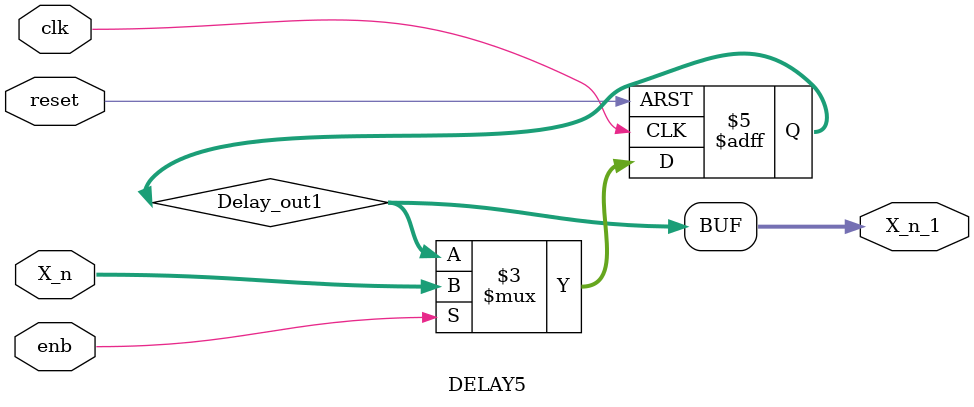
<source format=v>



`timescale 1 ns / 1 ns

module DELAY5
          (clk,
           reset,
           enb,
           X_n,
           X_n_1);


  input   clk;
  input   reset;
  input   enb;
  input   [7:0] X_n;  // uint8
  output  [7:0] X_n_1;  // uint8


  reg [7:0] Delay_out1;  // uint8


  always @(posedge clk or posedge reset)
    begin : Delay_process
      if (reset == 1'b1) begin
        Delay_out1 <= 8'b00000000;
      end
      else begin
        if (enb) begin
          Delay_out1 <= X_n;
        end
      end
    end



  assign X_n_1 = Delay_out1;

endmodule  // DELAY5


</source>
